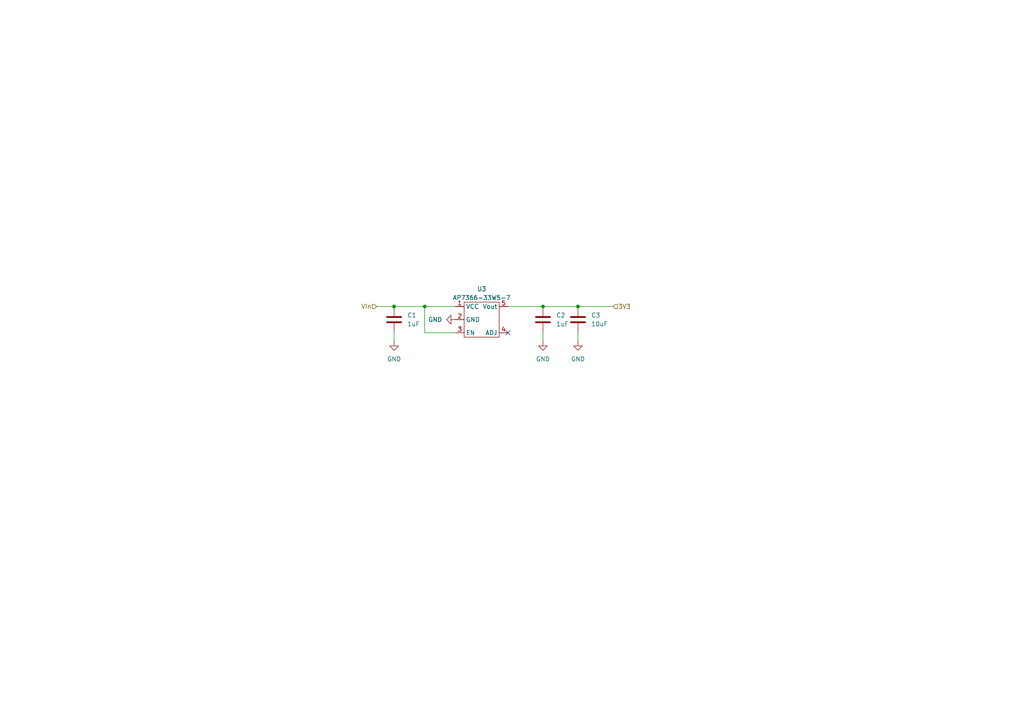
<source format=kicad_sch>
(kicad_sch (version 20231120) (generator "eeschema") (generator_version "8.0")
  (paper "A4")
  (lib_symbols
    (symbol "AP7366_SOT_25:AP7366_SOT25"
      (property "Reference" "U" (at 0 5.334 0))
      (symbol "AP7366_SOT25_0_1"
        (rectangle (start -5.08 3.81) (end 5.08 -6.35))
      )
      (symbol "AP7366_SOT25_1_1"
        (pin power_in line (at -7.62 2.54 0) (length 2.54) (name "VCC") (number "1"))
        (pin power_in line (at -7.62 -1.27 0) (length 2.54) (name "GND") (number "2"))
        (pin input line (at -7.62 -5.08 0) (length 2.54) (name "EN") (number "3"))
        (pin power_in line (at 7.62 -5.08 180) (length 2.54) (name "ADJ") (number "4"))
        (pin power_in line (at 7.62 2.54 180) (length 2.54) (name "Vout") (number "5"))
      )
    )
    (symbol "Device:C" (pin_numbers hide) (pin_names (offset 0.254))
      (property "Reference" "C" (at 0.635 2.54 0))
      (property "Value" "C" (at 0.635 -2.54 0))
      (symbol "C_0_1"
        (polyline (pts (xy -2.032 -0.762) (xy 2.032 -0.762)) (stroke (width 0.508)))
        (polyline (pts (xy -2.032 0.762) (xy 2.032 0.762)) (stroke (width 0.508)))
      )
      (symbol "C_1_1"
        (pin passive line (at 0 3.81 270) (length 2.794) (name "~") (number "1"))
        (pin passive line (at 0 -3.81 90) (length 2.794) (name "~") (number "2"))
      )
    )
    (symbol "power:GND" (power) (pin_numbers hide) (pin_names (offset 0) hide)
      (property "Value" "GND" (at 0 -3.81 0))
      (symbol "GND_0_1"
        (polyline (pts (xy 0 0) (xy 0 -1.27) (xy 1.27 -1.27) (xy 0 -2.54) (xy -1.27 -1.27) (xy 0 -1.27)))
      )
      (symbol "GND_1_1"
        (pin power_in line (at 0 0 270) (length 0) (name "~") (number "1"))
      )
    )
  )
  (junction (at 167.64 88.9))
  (junction (at 114.3 88.9))
  (junction (at 157.48 88.9))
  (junction (at 123.19 88.9))
  (no_connect (at 147.32 96.52))
  (wire (pts (xy 114.3 96.52) (xy 114.3 99.06)))
  (wire (pts (xy 123.19 96.52) (xy 123.19 88.9)))
  (wire (pts (xy 123.19 88.9) (xy 132.08 88.9)))
  (wire (pts (xy 167.64 88.9) (xy 177.8 88.9)))
  (wire (pts (xy 109.22 88.9) (xy 114.3 88.9)))
  (wire (pts (xy 114.3 88.9) (xy 123.19 88.9)))
  (wire (pts (xy 167.64 88.9) (xy 157.48 88.9)))
  (wire (pts (xy 157.48 96.52) (xy 157.48 99.06)))
  (wire (pts (xy 167.64 96.52) (xy 167.64 99.06)))
  (wire (pts (xy 147.32 88.9) (xy 157.48 88.9)))
  (wire (pts (xy 132.08 96.52) (xy 123.19 96.52)))
  (hierarchical_label "3V3" (shape input) (at 177.8 88.9 0))
  (hierarchical_label "Vin" (shape input) (at 109.22 88.9 180))
  (symbol (lib_id "Device:C") (at 167.64 92.71 0) (unit 1)
    (property "Reference" "C3" (at 171.45 91.4399 0) (effects (justify left)))
    (property "Value" "10uF" (at 171.45 93.9799 0) (effects (justify left)))
    (property "Footprint" "Capacitor_SMD:C_0603_1608Metric" (effects (hide yes)))
    (property "Description" "Unpolarized capacitor" (effects (hide yes)))
  )
  (symbol (lib_id "Device:C") (at 157.48 92.71 0) (unit 1)
    (property "Reference" "C2" (at 161.29 91.4399 0) (effects (justify left)))
    (property "Value" "1uF" (at 161.29 93.9799 0) (effects (justify left)))
    (property "Footprint" "Resistor_SMD:R_0603_1608Metric" (effects (hide yes)))
    (property "Description" "Unpolarized capacitor" (effects (hide yes)))
  )
  (symbol (lib_id "power:GND") (at 157.48 99.06 0) (unit 1)
    (property "Reference" "#PWR05" (effects (hide yes)))
    (property "Value" "GND" (at 157.48 104.14 0))
    (property "Description" "Power symbol creates a global label with name \"GND\" , ground" (effects (hide yes)))
  )
  (symbol (lib_id "AP7366_SOT_25:AP7366_SOT25") (at 139.7 91.44 0) (unit 1)
    (property "Reference" "U3" (at 139.7 83.82 0))
    (property "Value" "AP7366-33W5-7" (at 139.7 86.36 0))
    (property "Footprint" "AP7366-SOT25:AP7366" (effects (hide yes)))
  )
  (symbol (lib_id "power:GND") (at 167.64 99.06 0) (unit 1)
    (property "Reference" "#PWR06" (effects (hide yes)))
    (property "Value" "GND" (at 167.64 104.14 0))
    (property "Description" "Power symbol creates a global label with name \"GND\" , ground" (effects (hide yes)))
  )
  (symbol (lib_id "Device:C") (at 114.3 92.71 0) (unit 1)
    (property "Reference" "C1" (at 118.11 91.4399 0) (effects (justify left)))
    (property "Value" "1uF" (at 118.11 93.9799 0) (effects (justify left)))
    (property "Footprint" "Resistor_SMD:R_0603_1608Metric" (effects (hide yes)))
    (property "Description" "Unpolarized capacitor" (effects (hide yes)))
  )
  (symbol (lib_id "power:GND") (at 114.3 99.06 0) (unit 1)
    (property "Reference" "#PWR01" (effects (hide yes)))
    (property "Value" "GND" (at 114.3 104.14 0))
    (property "Description" "Power symbol creates a global label with name \"GND\" , ground" (effects (hide yes)))
  )
  (symbol (lib_id "power:GND") (at 132.08 92.71 270) (unit 1)
    (property "Reference" "#PWR02" (effects (hide yes)))
    (property "Value" "GND" (at 128.27 92.7099 90) (effects (justify right)))
    (property "Description" "Power symbol creates a global label with name \"GND\" , ground" (effects (hide yes)))
  )
)
</source>
